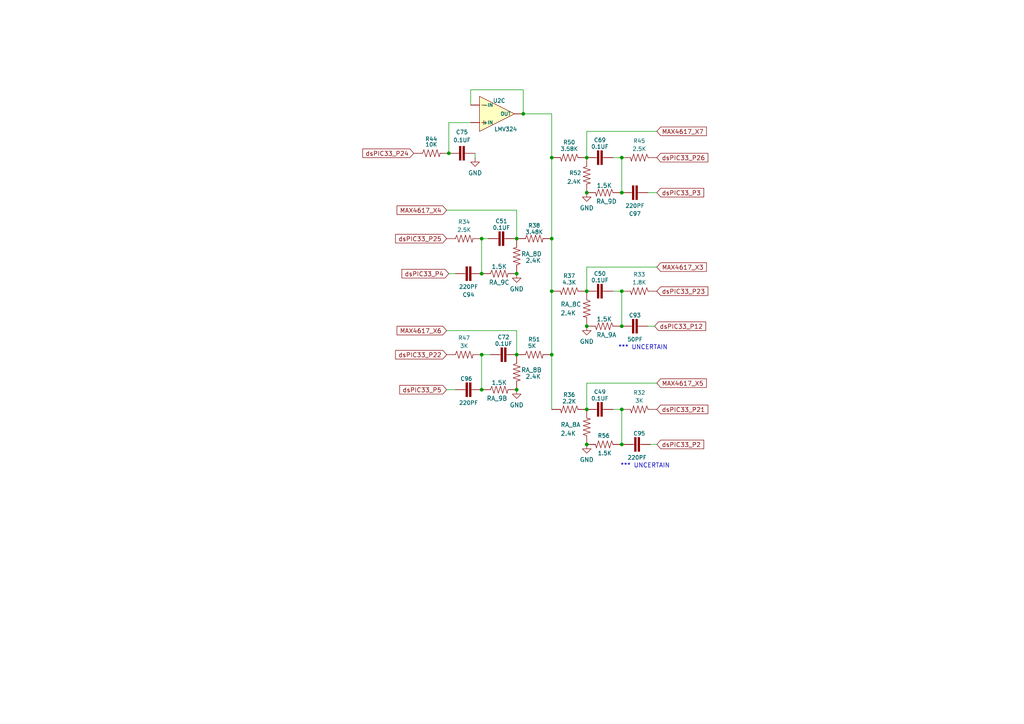
<source format=kicad_sch>
(kicad_sch (version 20230121) (generator eeschema)
  (paper "A4")
  (lib_symbols
    (symbol "SparkFun-Capacitors:0.1UF-0402-16V-10%" (pin_numbers hide) (pin_names (offset 1.016) hide)
      (property "Reference" "C" (at 1.524 2.921 0))
      (property "Value" "0.1UF-0402-16V-10%" (at 1.524 -2.159 0))
      (property "Field4" "CAP-12416" (at 0 7.62 0))
      (symbol "0.1UF-0402-16V-10%_1_0"
        (polyline (pts (xy 0 0) (xy 0 0.508)))
        (polyline (pts (xy 0 2.54) (xy 0 2.032)))
      )
      (symbol "0.1UF-0402-16V-10%_1_1"
        (rectangle (start -2.032 0.508) (end 2.032 1.016) (fill (type outline)))
        (rectangle (start -2.032 1.524) (end 2.032 2.032) (fill (type outline)))
        (pin passive line (at 0 5.08 270) (length 2.54) (name "1") (number "1"))
        (pin passive line (at 0 -2.54 90) (length 2.54) (name "2") (number "2"))
      )
    )
    (symbol "SparkFun-IC-Amplifiers:LMV324" (pin_numbers hide) (pin_names (offset 1.016))
      (property "Reference" "U" (at 1.27 6.35 0))
      (property "Value" "LMV324" (at -5.08 -7.62 0))
      (property "Field4" "IC-08227" (at 0 10.16 0))
      (symbol "LMV324_1_0"
        (polyline (pts (xy -4.445 -2.54) (xy -3.175 -2.54)))
        (polyline (pts (xy -4.445 2.54) (xy -3.175 2.54)))
        (polyline (pts (xy -3.81 -1.905) (xy -3.81 -3.175)))
      )
      (symbol "LMV324_1_1"
        (polyline (pts (xy 5.08 0) (xy -5.08 5.08) (xy -5.08 -5.08) (xy 5.08 0)) (fill (type background)))
        (pin output line (at 7.62 0 180) (length 2.54) (name "OUT") (number "1"))
        (pin input line (at -7.62 2.54 0) (length 2.54) (name "-IN") (number "2"))
        (pin input line (at -7.62 -2.54 0) (length 2.54) (name "+IN") (number "3"))
      )
      (symbol "LMV324_2_0"
        (polyline (pts (xy -4.445 -2.54) (xy -3.175 -2.54)))
        (polyline (pts (xy -4.445 2.54) (xy -3.175 2.54)))
        (polyline (pts (xy -3.81 -1.905) (xy -3.81 -3.175)))
      )
      (symbol "LMV324_2_1"
        (polyline (pts (xy 5.08 0) (xy -5.08 5.08) (xy -5.08 -5.08) (xy 5.08 0)) (fill (type background)))
        (pin input line (at -7.62 -2.54 0) (length 2.54) (name "+IN") (number "10"))
        (pin output line (at 7.62 0 180) (length 2.54) (name "OUT") (number "8"))
        (pin input line (at -7.62 2.54 0) (length 2.54) (name "-IN") (number "9"))
      )
      (symbol "LMV324_3_0"
        (polyline (pts (xy -4.445 -2.54) (xy -3.175 -2.54)))
        (polyline (pts (xy -4.445 2.54) (xy -3.175 2.54)))
        (polyline (pts (xy -3.81 -1.905) (xy -3.81 -3.175)))
      )
      (symbol "LMV324_3_1"
        (polyline (pts (xy 5.08 0) (xy -5.08 5.08) (xy -5.08 -5.08) (xy 5.08 0)) (fill (type background)))
        (pin input line (at -7.62 -2.54 0) (length 2.54) (name "+IN") (number "5"))
        (pin input line (at -7.62 2.54 0) (length 2.54) (name "-IN") (number "6"))
        (pin output line (at 7.62 0 180) (length 2.54) (name "OUT") (number "7"))
      )
      (symbol "LMV324_4_0"
        (polyline (pts (xy -4.445 -2.54) (xy -3.175 -2.54)))
        (polyline (pts (xy -4.445 2.54) (xy -3.175 2.54)))
        (polyline (pts (xy -3.81 -1.905) (xy -3.81 -3.175)))
      )
      (symbol "LMV324_4_1"
        (polyline (pts (xy 5.08 0) (xy -5.08 5.08) (xy -5.08 -5.08) (xy 5.08 0)) (fill (type background)))
        (pin input line (at -7.62 -2.54 0) (length 2.54) (name "+IN") (number "12"))
        (pin input line (at -7.62 2.54 0) (length 2.54) (name "-IN") (number "13"))
        (pin output line (at 7.62 0 180) (length 2.54) (name "OUT") (number "14"))
      )
      (symbol "LMV324_5_0"
        (text "VCC" (at 0.3048 3.937 0) (effects (font (size 1.016 1.016))))
        (text "VEE" (at 0.3048 -4.191 0) (effects (font (size 1.016 1.016))))
      )
      (symbol "LMV324_5_1"
        (polyline (pts (xy -2.54 5.08) (xy 2.54 5.08) (xy 2.54 -5.08) (xy -2.54 -5.08) (xy -2.54 5.08)) (fill (type background)))
        (pin bidirectional line (at 0 -7.62 90) (length 2.54) (name "P$V-") (number "11"))
        (pin bidirectional line (at 0 7.62 270) (length 2.54) (name "P$V+") (number "4"))
      )
    )
    (symbol "SparkFun-Resistors:RESISTOR0402" (pin_numbers hide) (pin_names (offset 1.016) hide)
      (property "Reference" "R" (at -5.08 1.27 0))
      (property "Value" "RESISTOR0402" (at -5.08 -3.81 0))
      (property "Field4" " " (at 0 5.08 0))
      (symbol "RESISTOR0402_1_0"
        (polyline (pts (xy -2.54 0) (xy -2.159 1.016)))
        (polyline (pts (xy -2.159 1.016) (xy -1.524 -1.016)))
        (polyline (pts (xy -1.524 -1.016) (xy -0.889 1.016)))
        (polyline (pts (xy -0.889 1.016) (xy -0.254 -1.016)))
        (polyline (pts (xy -0.254 -1.016) (xy 0.381 1.016)))
        (polyline (pts (xy 0.381 1.016) (xy 1.016 -1.016)))
        (polyline (pts (xy 1.016 -1.016) (xy 1.651 1.016)))
        (polyline (pts (xy 1.651 1.016) (xy 2.286 -1.016)))
        (polyline (pts (xy 2.286 -1.016) (xy 2.54 0)))
      )
      (symbol "RESISTOR0402_1_1"
        (pin passive line (at -5.08 0 0) (length 2.54) (name "1") (number "1"))
        (pin passive line (at 5.08 0 180) (length 2.54) (name "2") (number "2"))
      )
    )
    (symbol "SparkFun-Resistors:RESISTOR_ARRAY_0402_x_4_"
      (property "Reference" "RA_" (at 0 1.905 0))
      (property "Value" "RESISTOR_ARRAY_0402_x_4_" (at 0 -10.16 0))
      (symbol "RESISTOR_ARRAY_0402_x_4__1_0"
        (polyline (pts (xy -0.635 0) (xy -0.254 1.016)))
        (polyline (pts (xy -0.254 1.016) (xy 0.381 -1.016)))
        (polyline (pts (xy 0.381 -1.016) (xy 1.016 1.016)))
        (polyline (pts (xy 1.016 1.016) (xy 1.651 -1.016)))
        (polyline (pts (xy 1.651 -1.016) (xy 2.286 1.016)))
        (polyline (pts (xy 2.286 1.016) (xy 2.921 -1.016)))
        (polyline (pts (xy 2.921 -1.016) (xy 3.556 1.016)))
        (polyline (pts (xy 3.556 1.016) (xy 4.191 -1.016)))
        (polyline (pts (xy 4.191 -1.016) (xy 4.445 0)))
      )
      (symbol "RESISTOR_ARRAY_0402_x_4__1_1"
        (pin passive line (at -3.175 0 0) (length 2.54) (name "1") (number "1"))
        (pin passive line (at 6.985 0 180) (length 2.54) (name "2") (number "8"))
      )
      (symbol "RESISTOR_ARRAY_0402_x_4__2_0"
        (polyline (pts (xy -0.635 0) (xy -0.254 1.016)))
        (polyline (pts (xy -0.254 1.016) (xy 0.381 -1.016)))
        (polyline (pts (xy 0.381 -1.016) (xy 1.016 1.016)))
        (polyline (pts (xy 1.016 1.016) (xy 1.651 -1.016)))
        (polyline (pts (xy 1.651 -1.016) (xy 2.286 1.016)))
        (polyline (pts (xy 2.286 1.016) (xy 2.921 -1.016)))
        (polyline (pts (xy 2.921 -1.016) (xy 3.556 1.016)))
        (polyline (pts (xy 3.556 1.016) (xy 4.191 -1.016)))
        (polyline (pts (xy 4.191 -1.016) (xy 4.445 0)))
      )
      (symbol "RESISTOR_ARRAY_0402_x_4__2_1"
        (pin passive line (at -3.175 0 0) (length 2.54) (name "1") (number "2"))
        (pin passive line (at 6.985 0 180) (length 2.54) (name "2") (number "7"))
      )
      (symbol "RESISTOR_ARRAY_0402_x_4__3_0"
        (polyline (pts (xy -0.635 0) (xy -0.254 1.016)))
        (polyline (pts (xy -0.254 1.016) (xy 0.381 -1.016)))
        (polyline (pts (xy 0.381 -1.016) (xy 1.016 1.016)))
        (polyline (pts (xy 1.016 1.016) (xy 1.651 -1.016)))
        (polyline (pts (xy 1.651 -1.016) (xy 2.286 1.016)))
        (polyline (pts (xy 2.286 1.016) (xy 2.921 -1.016)))
        (polyline (pts (xy 2.921 -1.016) (xy 3.556 1.016)))
        (polyline (pts (xy 3.556 1.016) (xy 4.191 -1.016)))
        (polyline (pts (xy 4.191 -1.016) (xy 4.445 0)))
      )
      (symbol "RESISTOR_ARRAY_0402_x_4__3_1"
        (pin passive line (at -3.175 0 0) (length 2.54) (name "1") (number "3"))
        (pin passive line (at 6.985 0 180) (length 2.54) (name "2") (number "6"))
      )
      (symbol "RESISTOR_ARRAY_0402_x_4__4_0"
        (polyline (pts (xy -0.635 0) (xy -0.254 1.016)))
        (polyline (pts (xy -0.254 1.016) (xy 0.381 -1.016)))
        (polyline (pts (xy 0.381 -1.016) (xy 1.016 1.016)))
        (polyline (pts (xy 1.016 1.016) (xy 1.651 -1.016)))
        (polyline (pts (xy 1.651 -1.016) (xy 2.286 1.016)))
        (polyline (pts (xy 2.286 1.016) (xy 2.921 -1.016)))
        (polyline (pts (xy 2.921 -1.016) (xy 3.556 1.016)))
        (polyline (pts (xy 3.556 1.016) (xy 4.191 -1.016)))
        (polyline (pts (xy 4.191 -1.016) (xy 4.445 0)))
      )
      (symbol "RESISTOR_ARRAY_0402_x_4__4_1"
        (pin passive line (at -3.175 0 0) (length 2.54) (name "1") (number "4"))
        (pin passive line (at 6.985 0 180) (length 2.54) (name "2") (number "5"))
      )
    )
    (symbol "power:GND" (power) (pin_names (offset 0))
      (property "Value" "GND" (at 0 -3.81 0))
      (symbol "GND_0_1"
        (polyline (pts (xy 0 0) (xy 0 -1.27) (xy 1.27 -1.27) (xy 0 -2.54) (xy -1.27 -1.27) (xy 0 -1.27)))
      )
      (symbol "GND_1_1"
        (pin power_in line (at 0 0 270) (length 0) hide (name "GND") (number "1"))
      )
    )
  )
  (junction (at 149.86 113.03))
  (junction (at 151.765 33.02))
  (junction (at 180.34 55.88))
  (junction (at 130.175 44.45))
  (junction (at 139.7 113.03))
  (junction (at 149.86 102.87))
  (junction (at 180.34 94.615))
  (junction (at 180.34 84.455))
  (junction (at 160.02 69.215))
  (junction (at 170.18 118.745))
  (junction (at 149.86 69.215))
  (junction (at 180.34 45.72))
  (junction (at 160.02 102.87))
  (junction (at 170.18 94.615))
  (junction (at 170.18 55.88))
  (junction (at 149.86 79.375))
  (junction (at 180.34 128.905))
  (junction (at 170.18 45.72))
  (junction (at 139.7 69.215))
  (junction (at 170.18 84.455))
  (junction (at 170.18 128.905))
  (junction (at 180.34 118.745))
  (junction (at 139.7 79.375))
  (junction (at 160.02 84.455))
  (junction (at 139.7 102.87))
  (junction (at 160.02 45.72))
  (wire (pts (xy 177.8 45.72) (xy 180.34 45.72)))
  (wire (pts (xy 130.175 79.375) (xy 132.08 79.375)))
  (wire (pts (xy 130.175 44.45) (xy 130.175 35.56)))
  (wire (pts (xy 180.34 118.745) (xy 177.8 118.745)))
  (wire (pts (xy 151.765 33.02) (xy 160.02 33.02)))
  (wire (pts (xy 149.86 95.885) (xy 149.86 102.87)))
  (wire (pts (xy 136.525 26.035) (xy 136.525 30.48)))
  (wire (pts (xy 149.225 69.215) (xy 149.86 69.215)))
  (wire (pts (xy 190.5 38.1) (xy 170.18 38.1)))
  (wire (pts (xy 190.5 77.47) (xy 170.18 77.47)))
  (wire (pts (xy 137.795 44.45) (xy 137.795 45.72)))
  (wire (pts (xy 129.54 95.885) (xy 149.86 95.885)))
  (wire (pts (xy 170.18 111.125) (xy 170.18 118.745)))
  (wire (pts (xy 180.34 45.72) (xy 180.34 55.88)))
  (wire (pts (xy 136.525 26.035) (xy 151.765 26.035)))
  (wire (pts (xy 139.7 102.87) (xy 139.7 113.03)))
  (wire (pts (xy 170.18 38.1) (xy 170.18 45.72)))
  (wire (pts (xy 151.765 26.035) (xy 151.765 33.02)))
  (wire (pts (xy 139.7 69.215) (xy 141.605 69.215)))
  (wire (pts (xy 139.7 69.215) (xy 139.7 79.375)))
  (wire (pts (xy 180.34 84.455) (xy 177.8 84.455)))
  (wire (pts (xy 160.02 84.455) (xy 160.02 102.87)))
  (wire (pts (xy 190.5 128.905) (xy 188.595 128.905)))
  (wire (pts (xy 180.34 118.745) (xy 180.34 128.905)))
  (wire (pts (xy 160.02 102.87) (xy 160.02 118.745)))
  (wire (pts (xy 189.865 94.615) (xy 187.96 94.615)))
  (wire (pts (xy 180.34 84.455) (xy 180.34 94.615)))
  (wire (pts (xy 160.02 45.72) (xy 160.02 69.215)))
  (wire (pts (xy 129.54 113.03) (xy 132.08 113.03)))
  (wire (pts (xy 130.175 35.56) (xy 136.525 35.56)))
  (wire (pts (xy 139.7 102.87) (xy 142.24 102.87)))
  (wire (pts (xy 149.86 60.96) (xy 149.86 69.215)))
  (wire (pts (xy 170.18 77.47) (xy 170.18 84.455)))
  (wire (pts (xy 160.02 33.02) (xy 160.02 45.72)))
  (wire (pts (xy 180.975 128.905) (xy 180.34 128.905)))
  (wire (pts (xy 190.5 55.88) (xy 187.96 55.88)))
  (wire (pts (xy 190.5 111.125) (xy 170.18 111.125)))
  (wire (pts (xy 129.54 60.96) (xy 149.86 60.96)))
  (wire (pts (xy 160.02 69.215) (xy 160.02 84.455)))
  (text "*** UNCERTAIN" (at 193.675 101.6 0) (effects (font (size 1.27 1.27)) (justify right bottom)))
  (text "*** UNCERTAIN" (at 194.31 135.89 0) (effects (font (size 1.27 1.27)) (justify right bottom)))
  (global_label "dsPIC33_P5" (shape input) (at 129.54 113.03 180) (property "Intersheetrefs" "${INTERSHEET_REFS}" (effects hide)))
  (global_label "dsPIC33_P24" (shape input) (at 120.015 44.45 180) (property "Intersheetrefs" "${INTERSHEET_REFS}" (effects hide)))
  (global_label "dsPIC33_P2" (shape input) (at 190.5 128.905 0) (property "Intersheetrefs" "${INTERSHEET_REFS}" (effects hide)))
  (global_label "dsPIC33_P25" (shape input) (at 129.54 69.215 180) (property "Intersheetrefs" "${INTERSHEET_REFS}" (effects hide)))
  (global_label "dsPIC33_P4" (shape input) (at 130.175 79.375 180) (property "Intersheetrefs" "${INTERSHEET_REFS}" (effects hide)))
  (global_label "dsPIC33_P26" (shape input) (at 190.5 45.72 0) (property "Intersheetrefs" "${INTERSHEET_REFS}" (effects hide)))
  (global_label "dsPIC33_P23" (shape input) (at 190.5 84.455 0) (property "Intersheetrefs" "${INTERSHEET_REFS}" (effects hide)))
  (global_label "dsPIC33_P12" (shape input) (at 189.865 94.615 0) (property "Intersheetrefs" "${INTERSHEET_REFS}" (effects hide)))
  (global_label "dsPIC33_P22" (shape input) (at 129.54 102.87 180) (property "Intersheetrefs" "${INTERSHEET_REFS}" (effects hide)))
  (global_label "MAX4617_X4" (shape input) (at 129.54 60.96 180) (property "Intersheetrefs" "${INTERSHEET_REFS}" (effects hide)))
  (global_label "dsPIC33_P21" (shape input) (at 190.5 118.745 0) (property "Intersheetrefs" "${INTERSHEET_REFS}" (effects hide)))
  (global_label "dsPIC33_P3" (shape input) (at 190.5 55.88 0) (property "Intersheetrefs" "${INTERSHEET_REFS}" (effects hide)))
  (global_label "MAX4617_X6" (shape input) (at 129.54 95.885 180) (property "Intersheetrefs" "${INTERSHEET_REFS}" (effects hide)))
  (global_label "MAX4617_X7" (shape input) (at 190.5 38.1 0) (property "Intersheetrefs" "${INTERSHEET_REFS}" (effects hide)))
  (global_label "MAX4617_X3" (shape input) (at 190.5 77.47 0) (property "Intersheetrefs" "${INTERSHEET_REFS}" (effects hide)))
  (global_label "MAX4617_X5" (shape input) (at 190.5 111.125 0) (property "Intersheetrefs" "${INTERSHEET_REFS}" (effects hide)))
  (symbol (lib_id "SparkFun-Capacitors:0.1UF-0402-16V-10%") (at 134.62 113.03 270) (unit 1)
    (property "Reference" "C96" (at 135.255 109.855 90) (effects (font (size 1.143 1.143))))
    (property "Value" "220PF" (at 135.89 116.84 90) (effects (font (size 1.143 1.143))))
    (property "Footprint" "Capacitor_SMD:C_0402_1005Metric" (effects hide))
  )
  (symbol (lib_id "SparkFun-Capacitors:0.1UF-0402-16V-10%") (at 147.32 102.87 90) (unit 1)
    (property "Reference" "C72" (at 146.05 97.79 90) (effects (font (size 1.143 1.143))))
    (property "Value" "0.1UF" (at 146.05 99.695 90) (effects (font (size 1.143 1.143))))
    (property "Footprint" "Capacitor_SMD:C_0402_1005Metric" (effects hide))
  )
  (symbol (lib_id "SparkFun-Capacitors:0.1UF-0402-16V-10%") (at 185.42 55.88 90) (mirror x) (unit 1)
    (property "Reference" "C97" (at 184.15 61.9986 90) (effects (font (size 1.143 1.143))))
    (property "Value" "220PF" (at 184.15 59.69 90) (effects (font (size 1.143 1.143))))
    (property "Footprint" "Capacitor_SMD:C_0402_1005Metric" (effects hide))
  )
  (symbol (lib_id "SparkFun-Capacitors:0.1UF-0402-16V-10%") (at 172.72 118.745 270) (mirror x) (unit 1)
    (property "Reference" "C49" (at 173.99 113.665 90) (effects (font (size 1.143 1.143))))
    (property "Value" "0.1UF" (at 173.99 115.57 90) (effects (font (size 1.143 1.143))))
    (property "Footprint" "Capacitor_SMD:C_0402_1005Metric" (effects hide))
  )
  (symbol (lib_id "power:GND") (at 170.18 55.88 0) (mirror y) (unit 1)
    (property "Reference" "#PWR0185" (effects hide))
    (property "Value" "GND" (at 170.18 60.3234 0))
  )
  (symbol (lib_id "power:GND") (at 149.86 113.03 0) (unit 1)
    (property "Reference" "#PWR0181" (effects hide))
    (property "Value" "GND" (at 149.86 117.4734 0))
  )
  (symbol (lib_id "SparkFun-Resistors:RESISTOR_ARRAY_0402_x_4_") (at 177.165 94.615 0) (mirror y) (unit 1)
    (property "Reference" "RA_9" (at 175.895 97.155 0))
    (property "Value" "1.5K" (at 175.26 92.5631 0))
    (property "Footprint" "Resistor_SMD:R_Array_Convex_4x0402" (effects hide))
  )
  (symbol (lib_id "SparkFun-Capacitors:0.1UF-0402-16V-10%") (at 172.72 45.72 270) (mirror x) (unit 1)
    (property "Reference" "C69" (at 173.99 40.64 90) (effects (font (size 1.143 1.143))))
    (property "Value" "0.1UF" (at 173.99 42.545 90) (effects (font (size 1.143 1.143))))
    (property "Footprint" "Capacitor_SMD:C_0402_1005Metric" (effects hide))
  )
  (symbol (lib_id "SparkFun-Resistors:RESISTOR_ARRAY_0402_x_4_") (at 170.18 87.63 270) (unit 3)
    (property "Reference" "RA_8" (at 162.56 88.265 90) (effects (justify left)))
    (property "Value" "2.4K" (at 162.56 90.8019 90) (effects (justify left)))
    (property "Footprint" "Resistor_SMD:R_Array_Convex_4x0402" (effects hide))
  )
  (symbol (lib_id "SparkFun-Resistors:RESISTOR0402") (at 165.1 84.455 0) (mirror y) (unit 1)
    (property "Reference" "R37" (at 165.1 80.01 0) (effects (font (size 1.143 1.143))))
    (property "Value" "4.3K" (at 165.1 81.915 0) (effects (font (size 1.143 1.143))))
    (property "Footprint" "Resistor_SMD:R_0402_1005Metric" (effects hide))
  )
  (symbol (lib_id "SparkFun-Capacitors:0.1UF-0402-16V-10%") (at 172.72 84.455 270) (mirror x) (unit 1)
    (property "Reference" "C50" (at 173.99 79.375 90) (effects (font (size 1.143 1.143))))
    (property "Value" "0.1UF" (at 173.99 81.28 90) (effects (font (size 1.143 1.143))))
    (property "Footprint" "Capacitor_SMD:C_0402_1005Metric" (effects hide))
  )
  (symbol (lib_id "SparkFun-Capacitors:0.1UF-0402-16V-10%") (at 135.255 44.45 90) (unit 1)
    (property "Reference" "C75" (at 133.985 38.3314 90) (effects (font (size 1.143 1.143))))
    (property "Value" "0.1UF" (at 133.985 40.64 90) (effects (font (size 1.143 1.143))))
    (property "Footprint" "Capacitor_SMD:C_0402_1005Metric" (effects hide))
    (property "Field4" "CAP-12416" (effects hide))
  )
  (symbol (lib_id "SparkFun-Resistors:RESISTOR_ARRAY_0402_x_4_") (at 142.875 113.03 0) (unit 2)
    (property "Reference" "RA_9" (at 144.145 115.57 0))
    (property "Value" "1.5K" (at 144.78 110.9781 0))
    (property "Footprint" "Resistor_SMD:R_Array_Convex_4x0402" (effects hide))
  )
  (symbol (lib_id "SparkFun-Resistors:RESISTOR0402") (at 165.1 45.72 0) (mirror y) (unit 1)
    (property "Reference" "R50" (at 165.1 41.275 0) (effects (font (size 1.143 1.143))))
    (property "Value" "3.58K" (at 165.1 43.18 0) (effects (font (size 1.143 1.143))))
    (property "Footprint" "Resistor_SMD:R_0402_1005Metric" (effects hide))
  )
  (symbol (lib_id "SparkFun-Capacitors:0.1UF-0402-16V-10%") (at 185.42 94.615 90) (mirror x) (unit 1)
    (property "Reference" "C93" (at 184.15 91.44 90) (effects (font (size 1.143 1.143))))
    (property "Value" "50PF" (at 184.15 98.425 90) (effects (font (size 1.143 1.143))))
    (property "Footprint" "Capacitor_SMD:C_0402_1005Metric" (effects hide))
  )
  (symbol (lib_id "SparkFun-Resistors:RESISTOR_ARRAY_0402_x_4_") (at 142.875 79.375 0) (unit 3)
    (property "Reference" "RA_9" (at 144.78 81.915 0))
    (property "Value" "1.5K" (at 144.78 77.3231 0))
    (property "Footprint" "Resistor_SMD:R_Array_Convex_4x0402" (effects hide))
  )
  (symbol (lib_id "SparkFun-Resistors:RESISTOR0402") (at 165.1 118.745 0) (mirror y) (unit 1)
    (property "Reference" "R36" (at 165.1 114.5017 0) (effects (font (size 1.143 1.143))))
    (property "Value" "2.2K" (at 165.1 116.4067 0) (effects (font (size 1.143 1.143))))
    (property "Footprint" "Resistor_SMD:R_0402_1005Metric" (effects hide))
    (property "Field4" " " (at 168.275 116.84 0) (effects (font (size 1.524 1.524))))
  )
  (symbol (lib_id "SparkFun-Resistors:RESISTOR0402") (at 154.94 69.215 0) (unit 1)
    (property "Reference" "R38" (at 154.94 65.405 0) (effects (font (size 1.143 1.143))))
    (property "Value" "3.48K" (at 154.94 67.31 0) (effects (font (size 1.143 1.143))))
    (property "Footprint" "Resistor_SMD:R_0402_1005Metric" (effects hide))
  )
  (symbol (lib_id "SparkFun-Capacitors:0.1UF-0402-16V-10%") (at 186.055 128.905 90) (mirror x) (unit 1)
    (property "Reference" "C95" (at 185.42 125.73 90) (effects (font (size 1.143 1.143))))
    (property "Value" "220PF" (at 184.785 132.715 90) (effects (font (size 1.143 1.143))))
    (property "Footprint" "Capacitor_SMD:C_0402_1005Metric" (effects hide))
  )
  (symbol (lib_id "SparkFun-Resistors:RESISTOR0402") (at 170.18 50.8 90) (mirror x) (unit 1)
    (property "Reference" "R52" (at 165.1 50.165 90) (effects (font (size 1.143 1.143)) (justify right)))
    (property "Value" "2.4K" (at 164.465 52.705 90) (effects (font (size 1.143 1.143)) (justify right)))
    (property "Footprint" "Resistor_SMD:R_0402_1005Metric" (effects hide))
    (property "Field4" " " (at 169.926 47.9709 90) (effects (font (size 1.524 1.524)) (justify right)))
  )
  (symbol (lib_id "SparkFun-Resistors:RESISTOR_ARRAY_0402_x_4_") (at 170.18 125.73 90) (unit 1)
    (property "Reference" "RA_8" (at 162.56 123.19 90) (effects (justify right)))
    (property "Value" "2.4K" (at 162.56 125.7269 90) (effects (justify right)))
    (property "Footprint" "Resistor_SMD:R_Array_Convex_4x0402" (effects hide))
  )
  (symbol (lib_id "SparkFun-Resistors:RESISTOR_ARRAY_0402_x_4_") (at 177.165 55.88 0) (mirror y) (unit 4)
    (property "Reference" "RA_9" (at 175.895 58.42 0))
    (property "Value" "1.5K" (at 175.26 53.8281 0))
    (property "Footprint" "Resistor_SMD:R_Array_Convex_4x0402" (effects hide))
  )
  (symbol (lib_id "SparkFun-Resistors:RESISTOR0402") (at 134.62 102.87 0) (unit 1)
    (property "Reference" "R47" (at 134.62 98.0214 0) (effects (font (size 1.143 1.143))))
    (property "Value" "3K" (at 134.62 100.33 0) (effects (font (size 1.143 1.143))))
    (property "Footprint" "Resistor_SMD:R_0402_1005Metric" (effects hide))
  )
  (symbol (lib_id "SparkFun-Resistors:RESISTOR_ARRAY_0402_x_4_") (at 149.86 106.045 90) (mirror x) (unit 2)
    (property "Reference" "RA_8" (at 151.13 107.315 90) (effects (justify right)))
    (property "Value" "2.4K" (at 152.4 109.22 90) (effects (justify right)))
    (property "Footprint" "Resistor_SMD:R_Array_Convex_4x0402" (effects hide))
  )
  (symbol (lib_id "SparkFun-Resistors:RESISTOR_ARRAY_0402_x_4_") (at 149.86 76.2 270) (mirror x) (unit 4)
    (property "Reference" "RA_8" (at 151.13 73.66 90) (effects (justify left)))
    (property "Value" "2.4K" (at 152.4 75.565 90) (effects (justify left)))
    (property "Footprint" "Resistor_SMD:R_Array_Convex_4x0402" (effects hide))
  )
  (symbol (lib_id "SparkFun-Resistors:RESISTOR0402") (at 125.095 44.45 0) (unit 1)
    (property "Reference" "R44" (at 125.095 40.3177 0) (effects (font (size 1.143 1.143))))
    (property "Value" "10K" (at 125.095 41.91 0) (effects (font (size 1.143 1.143))))
    (property "Footprint" "Resistor_SMD:R_0402_1005Metric" (effects hide))
  )
  (symbol (lib_id "SparkFun-Resistors:RESISTOR0402") (at 185.42 45.72 0) (mirror y) (unit 1)
    (property "Reference" "R45" (at 185.42 40.8714 0) (effects (font (size 1.143 1.143))))
    (property "Value" "2.5K" (at 185.42 43.18 0) (effects (font (size 1.143 1.143))))
    (property "Footprint" "Resistor_SMD:R_0402_1005Metric" (effects hide))
    (property "Field4" " " (at 185.42 43.6133 0) (effects (font (size 1.524 1.524))))
  )
  (symbol (lib_id "SparkFun-Resistors:RESISTOR0402") (at 134.62 69.215 0) (unit 1)
    (property "Reference" "R34" (at 134.62 64.3664 0) (effects (font (size 1.143 1.143))))
    (property "Value" "2.5K" (at 134.62 66.675 0) (effects (font (size 1.143 1.143))))
    (property "Footprint" "Resistor_SMD:R_0402_1005Metric" (effects hide))
    (property "Field4" " " (at 134.62 67.1083 0) (effects (font (size 1.524 1.524))))
  )
  (symbol (lib_id "SparkFun-Capacitors:0.1UF-0402-16V-10%") (at 134.62 79.375 270) (unit 1)
    (property "Reference" "C94" (at 135.89 85.4936 90) (effects (font (size 1.143 1.143))))
    (property "Value" "220PF" (at 135.89 83.185 90) (effects (font (size 1.143 1.143))))
    (property "Footprint" "Capacitor_SMD:C_0402_1005Metric" (effects hide))
  )
  (symbol (lib_id "SparkFun-Resistors:RESISTOR0402") (at 154.94 102.87 0) (unit 1)
    (property "Reference" "R51" (at 154.94 98.425 0) (effects (font (size 1.143 1.143))))
    (property "Value" "5K" (at 154.305 100.33 0) (effects (font (size 1.143 1.143))))
    (property "Footprint" "Resistor_SMD:R_0402_1005Metric" (effects hide))
    (property "Field4" " " (at 154.305 102.981 0) (effects (font (size 1.524 1.524))))
  )
  (symbol (lib_id "power:GND") (at 149.86 79.375 0) (unit 1)
    (property "Reference" "#PWR0180" (effects hide))
    (property "Value" "GND" (at 149.86 83.8184 0))
  )
  (symbol (lib_id "power:GND") (at 137.795 45.72 0) (unit 1)
    (property "Reference" "#PWR0182" (effects hide))
    (property "Value" "GND" (at 137.795 50.165 0))
  )
  (symbol (lib_id "SparkFun-IC-Amplifiers:LMV324") (at 144.145 33.02 0) (unit 3)
    (property "Reference" "U2" (at 144.78 29.21 0) (effects (font (size 1.143 1.143))))
    (property "Value" "LMV324" (at 146.685 37.465 0) (effects (font (size 1.143 1.143))))
    (property "Footprint" "Package_SO:TSSOP-14_4.4x5mm_P0.65mm" (effects hide))
  )
  (symbol (lib_id "SparkFun-Resistors:RESISTOR0402") (at 185.42 84.455 0) (mirror y) (unit 1)
    (property "Reference" "R33" (at 185.42 79.6064 0) (effects (font (size 1.143 1.143))))
    (property "Value" "1.8K" (at 185.42 81.915 0) (effects (font (size 1.143 1.143))))
    (property "Footprint" "Resistor_SMD:R_0402_1005Metric" (effects hide))
    (property "Field4" " " (effects hide))
  )
  (symbol (lib_id "SparkFun-Resistors:RESISTOR0402") (at 175.26 128.905 0) (mirror y) (unit 1)
    (property "Reference" "R56" (at 173.355 126.365 0) (effects (font (size 1.143 1.143)) (justify right)))
    (property "Value" "1.5K" (at 173.355 131.445 0) (effects (font (size 1.143 1.143)) (justify right)))
    (property "Footprint" "Resistor_SMD:R_0402_1005Metric" (effects hide))
    (property "Field4" " " (at 178.0891 128.651 90) (effects (font (size 1.524 1.524)) (justify right)))
  )
  (symbol (lib_id "power:GND") (at 170.18 94.615 0) (mirror y) (unit 1)
    (property "Reference" "#PWR0183" (effects hide))
    (property "Value" "GND" (at 170.18 99.0584 0))
  )
  (symbol (lib_id "SparkFun-Resistors:RESISTOR0402") (at 185.42 118.745 0) (mirror y) (unit 1)
    (property "Reference" "R32" (at 185.42 113.8964 0) (effects (font (size 1.143 1.143))))
    (property "Value" "3K" (at 185.42 116.205 0) (effects (font (size 1.143 1.143))))
    (property "Footprint" "Resistor_SMD:R_0402_1005Metric" (effects hide))
  )
  (symbol (lib_id "power:GND") (at 170.18 128.905 0) (mirror y) (unit 1)
    (property "Reference" "#PWR0184" (effects hide))
    (property "Value" "GND" (at 170.18 133.3484 0))
  )
  (symbol (lib_id "SparkFun-Capacitors:0.1UF-0402-16V-10%") (at 146.685 69.215 90) (unit 1)
    (property "Reference" "C51" (at 145.415 64.135 90) (effects (font (size 1.143 1.143))))
    (property "Value" "0.1UF" (at 145.415 66.04 90) (effects (font (size 1.143 1.143))))
    (property "Footprint" "Capacitor_SMD:C_0402_1005Metric" (effects hide))
  )
)
</source>
